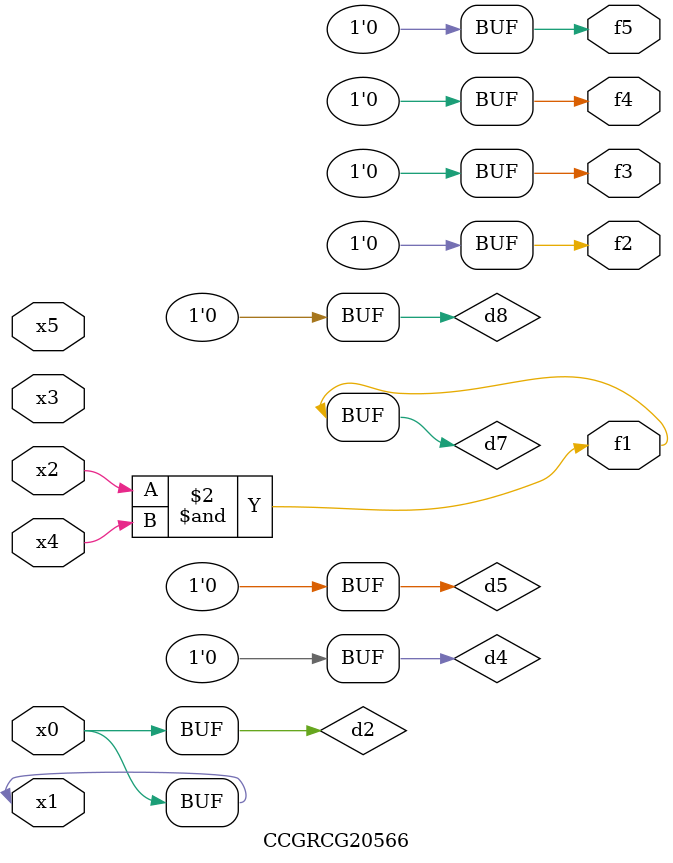
<source format=v>
module CCGRCG20566(
	input x0, x1, x2, x3, x4, x5,
	output f1, f2, f3, f4, f5
);

	wire d1, d2, d3, d4, d5, d6, d7, d8, d9;

	nand (d1, x1);
	buf (d2, x0, x1);
	nand (d3, x2, x4);
	and (d4, d1, d2);
	and (d5, d1, d2);
	nand (d6, d1, d3);
	not (d7, d3);
	xor (d8, d5);
	nor (d9, d5, d6);
	assign f1 = d7;
	assign f2 = d8;
	assign f3 = d8;
	assign f4 = d8;
	assign f5 = d8;
endmodule

</source>
